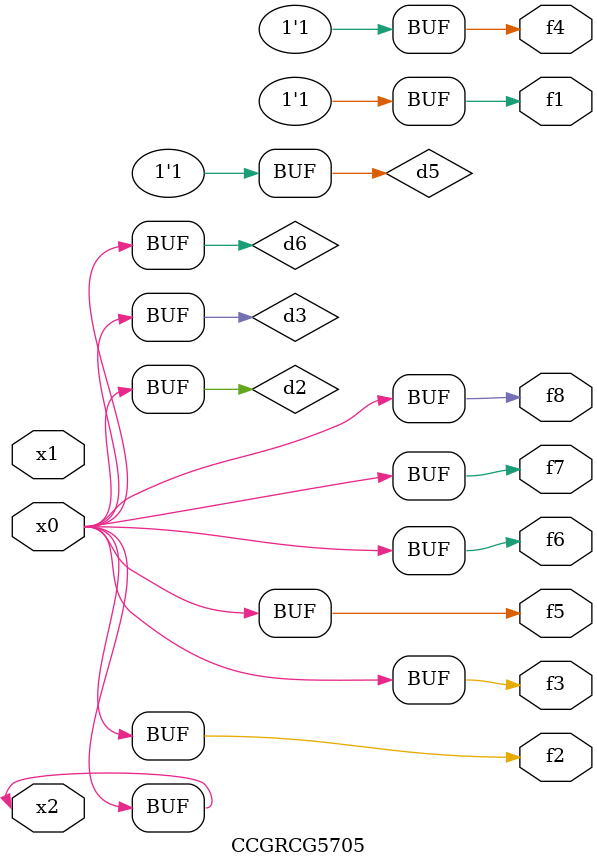
<source format=v>
module CCGRCG5705(
	input x0, x1, x2,
	output f1, f2, f3, f4, f5, f6, f7, f8
);

	wire d1, d2, d3, d4, d5, d6;

	xnor (d1, x2);
	buf (d2, x0, x2);
	and (d3, x0);
	xnor (d4, x1, x2);
	nand (d5, d1, d3);
	buf (d6, d2, d3);
	assign f1 = d5;
	assign f2 = d6;
	assign f3 = d6;
	assign f4 = d5;
	assign f5 = d6;
	assign f6 = d6;
	assign f7 = d6;
	assign f8 = d6;
endmodule

</source>
